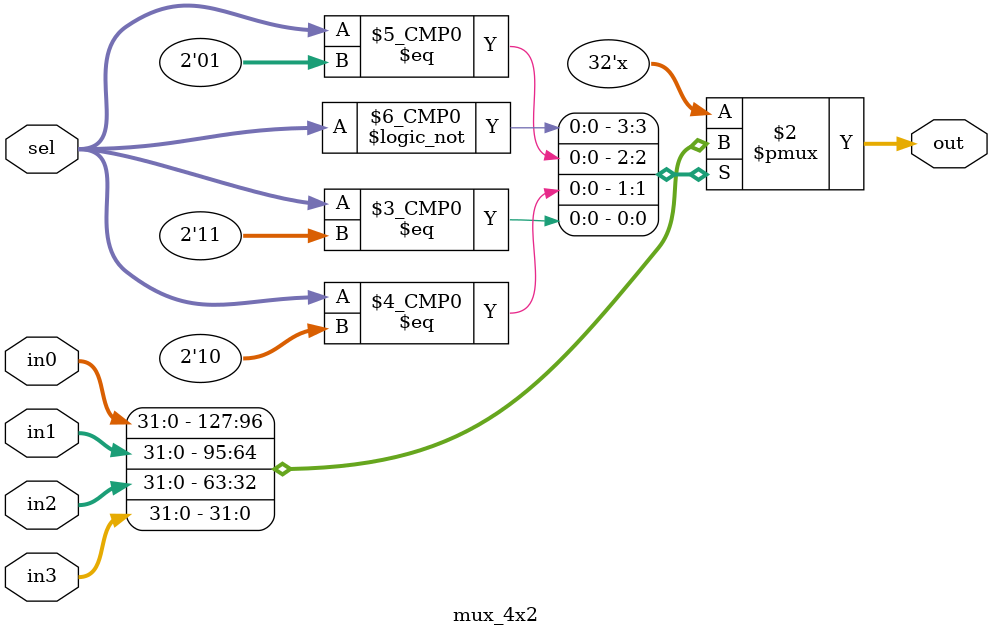
<source format=sv>
module mux_4x2 #(
    DATA_WIDTH = 32
) (
    input   logic [DATA_WIDTH-1:0]  in0,
    input   logic [DATA_WIDTH-1:0]  in1,
    input   logic [DATA_WIDTH-1:0]  in2,
    input   logic [DATA_WIDTH-1:0]  in3,
    input   logic [1:0]             sel,
    output  logic [DATA_WIDTH-1:0]  out
);
    always_comb begin
        case (sel)
            2'b00: out = in0;
            2'b01: out = in1;
            2'b10: out = in2;
            2'b11: out = in3;
            default: out = in0;
        endcase
    end

endmodule

</source>
